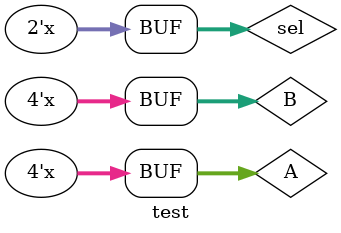
<source format=v>
`timescale 1ns/10ps
module test;
	
	reg [3:0] A;
	reg [3:0] B;
	reg [1:0] sel;
	wire [4:0] aluo;
	
	ALU DUT(.A(A),.B(B),.sel(sel),.aluo(aluo));
	
	initial begin
		A<=4'b0111;
		B<=4'b1000;
		sel<=2'b00;
	end
	always #50 begin
		A <= A+1;
		B <= B+1;
		sel <= sel+1;
	end

endmodule	
</source>
